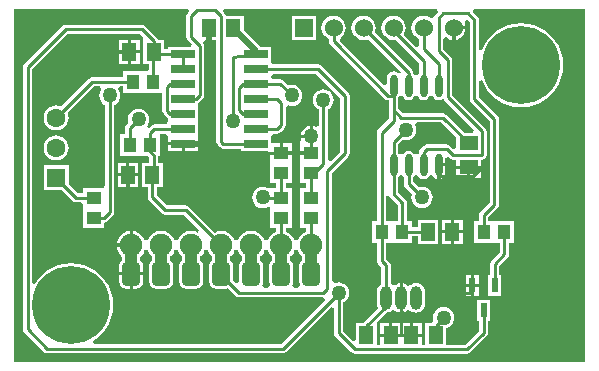
<source format=gtl>
G04 Layer_Physical_Order=1*
G04 Layer_Color=25308*
%FSLAX25Y25*%
%MOIN*%
G70*
G01*
G75*
%ADD10R,0.04331X0.05118*%
%ADD11R,0.04921X0.06102*%
%ADD12R,0.05118X0.04331*%
%ADD13R,0.06102X0.04921*%
%ADD14O,0.02362X0.07480*%
%ADD15R,0.08000X0.02600*%
%ADD16R,0.02362X0.05118*%
G04:AMPARAMS|DCode=17|XSize=60mil|YSize=80mil|CornerRadius=15mil|HoleSize=0mil|Usage=FLASHONLY|Rotation=0.000|XOffset=0mil|YOffset=0mil|HoleType=Round|Shape=RoundedRectangle|*
%AMROUNDEDRECTD17*
21,1,0.06000,0.05000,0,0,0.0*
21,1,0.03000,0.08000,0,0,0.0*
1,1,0.03000,0.01500,-0.02500*
1,1,0.03000,-0.01500,-0.02500*
1,1,0.03000,-0.01500,0.02500*
1,1,0.03000,0.01500,0.02500*
%
%ADD17ROUNDEDRECTD17*%
%ADD18C,0.01000*%
%ADD19C,0.02000*%
%ADD20C,0.04000*%
%ADD21C,0.06000*%
%ADD22R,0.06000X0.06000*%
%ADD23C,0.25984*%
%ADD24C,0.06299*%
%ADD25R,0.06299X0.06299*%
%ADD26O,0.03937X0.07874*%
%ADD27O,0.03937X0.07874*%
%ADD28C,0.07500*%
%ADD29C,0.05000*%
G36*
X85851Y37604D02*
X86612Y36612D01*
X86974Y36335D01*
Y34987D01*
X86698Y34802D01*
X86145Y33975D01*
X85951Y33000D01*
Y28000D01*
X86145Y27024D01*
X86342Y26729D01*
X85808Y25729D01*
X84192D01*
X83658Y26729D01*
X83855Y27024D01*
X84049Y28000D01*
Y33000D01*
X83855Y33975D01*
X83302Y34802D01*
X83026Y34987D01*
Y36335D01*
X83388Y36612D01*
X84149Y37604D01*
X84459Y38352D01*
X85541D01*
X85851Y37604D01*
D02*
G37*
G36*
X148449Y75924D02*
Y72428D01*
X147449Y72014D01*
X146281Y73181D01*
X145785Y73513D01*
X145200Y73629D01*
X138600D01*
X138112Y73532D01*
X138015Y73513D01*
X137519Y73181D01*
X136419Y72081D01*
X136087Y71585D01*
X135971Y71000D01*
Y70971D01*
X135927Y70942D01*
X135545Y70369D01*
X135000Y70288D01*
X134455Y70369D01*
X134072Y70942D01*
X133351Y71425D01*
X132500Y71594D01*
X131649Y71425D01*
X130928Y70942D01*
X130545Y70369D01*
X130000Y70288D01*
X129455Y70369D01*
X129072Y70942D01*
X129029Y70971D01*
Y73866D01*
X130351Y75188D01*
X130586Y75090D01*
X131500Y74970D01*
X132414Y75090D01*
X133265Y75443D01*
X133996Y76004D01*
X134557Y76735D01*
X134910Y77586D01*
X135030Y78500D01*
X134910Y79414D01*
X134679Y79971D01*
X135158Y80971D01*
X143402D01*
X148449Y75924D01*
D02*
G37*
G36*
X43832Y109505D02*
X44075Y108551D01*
X44075D01*
X44075Y108551D01*
Y100449D01*
X45915D01*
Y98766D01*
X45208Y98059D01*
X44721D01*
X44280Y98059D01*
X44000D01*
X43720D01*
X43279Y98059D01*
X37390D01*
Y96029D01*
X27000D01*
X26415Y95913D01*
X25919Y95581D01*
X16647Y86309D01*
X16083Y86543D01*
X15000Y86685D01*
X13917Y86543D01*
X12907Y86125D01*
X12041Y85460D01*
X11375Y84593D01*
X10957Y83583D01*
X10815Y82500D01*
X10957Y81417D01*
X11375Y80407D01*
X12041Y79540D01*
X12907Y78875D01*
X13917Y78457D01*
X15000Y78315D01*
X16083Y78457D01*
X17093Y78875D01*
X17959Y79540D01*
X18625Y80407D01*
X19043Y81417D01*
X19185Y82500D01*
X19043Y83583D01*
X18810Y84147D01*
X27634Y92971D01*
X29507D01*
X30000Y91971D01*
X29843Y91765D01*
X29490Y90914D01*
X29370Y90000D01*
X29490Y89086D01*
X29843Y88235D01*
X30404Y87504D01*
X31135Y86943D01*
X31371Y86845D01*
Y59981D01*
X31059Y59110D01*
X30371Y59110D01*
X23941D01*
Y57474D01*
X22189D01*
X19150Y60513D01*
Y66650D01*
X10850D01*
Y58350D01*
X16987D01*
X20474Y54863D01*
X20970Y54532D01*
X21555Y54415D01*
X23234D01*
X23941Y53708D01*
Y53221D01*
X23941Y52779D01*
Y52500D01*
Y52221D01*
X23941Y51779D01*
Y45890D01*
X31059D01*
Y47538D01*
X31585Y47642D01*
X32081Y47974D01*
X33981Y49874D01*
X34313Y50370D01*
X34429Y50955D01*
Y86845D01*
X34665Y86943D01*
X35396Y87504D01*
X35957Y88235D01*
X36310Y89086D01*
X36430Y90000D01*
X36310Y90914D01*
X35957Y91765D01*
X35800Y91971D01*
X36293Y92971D01*
X37390D01*
Y90941D01*
X43279D01*
X43720Y90941D01*
X44000D01*
X44280D01*
X44721Y90941D01*
X50371D01*
Y84900D01*
X50487Y84315D01*
X50819Y83819D01*
X51919Y82719D01*
X52305Y82460D01*
X52400Y81500D01*
Y81329D01*
X51846Y80329D01*
X47800D01*
X47215Y80213D01*
X46719Y79881D01*
X45979Y79142D01*
X45226Y79803D01*
X45557Y80235D01*
X45910Y81086D01*
X46030Y82000D01*
X45910Y82914D01*
X45557Y83765D01*
X44996Y84496D01*
X44265Y85057D01*
X43414Y85410D01*
X42500Y85530D01*
X41586Y85410D01*
X40735Y85057D01*
X40004Y84496D01*
X39443Y83765D01*
X39090Y82914D01*
X38970Y82000D01*
X39090Y81086D01*
X39188Y80851D01*
X38474Y80137D01*
X38142Y79641D01*
X38026Y79055D01*
Y77059D01*
X36390D01*
Y69941D01*
X42279D01*
X42720Y69941D01*
X43000D01*
X43279D01*
X43721Y69941D01*
X45396D01*
X45971Y69367D01*
Y67551D01*
X43575D01*
Y59449D01*
X45506D01*
Y56000D01*
X45622Y55415D01*
X45954Y54919D01*
X50154Y50719D01*
X50650Y50387D01*
X51235Y50271D01*
X57566D01*
X62754Y45083D01*
X62188Y44235D01*
X61240Y44628D01*
X60000Y44791D01*
X58760Y44628D01*
X57604Y44149D01*
X56612Y43388D01*
X55851Y42395D01*
X55541Y41648D01*
X54459D01*
X54149Y42395D01*
X53388Y43388D01*
X52395Y44149D01*
X51240Y44628D01*
X50000Y44791D01*
X48760Y44628D01*
X47605Y44149D01*
X46612Y43388D01*
X45851Y42395D01*
X45541Y41648D01*
X44459D01*
X44149Y42395D01*
X43388Y43388D01*
X42395Y44149D01*
X41240Y44628D01*
X40500Y44725D01*
Y40000D01*
X40000D01*
Y39500D01*
X35275D01*
X35372Y38760D01*
X35851Y37604D01*
X36612Y36612D01*
X37126Y36218D01*
X37056Y35041D01*
X36698Y34802D01*
X36145Y33975D01*
X35951Y33000D01*
Y31000D01*
X44049D01*
Y33000D01*
X43855Y33975D01*
X43302Y34802D01*
X42944Y35041D01*
X42874Y36218D01*
X43388Y36612D01*
X44149Y37604D01*
X44459Y38352D01*
X45541D01*
X45851Y37604D01*
X46612Y36612D01*
X46974Y36335D01*
Y34987D01*
X46698Y34802D01*
X46145Y33975D01*
X45951Y33000D01*
Y28000D01*
X46145Y27024D01*
X46698Y26198D01*
X47524Y25645D01*
X48500Y25451D01*
X51500D01*
X52476Y25645D01*
X53302Y26198D01*
X53855Y27024D01*
X54049Y28000D01*
Y33000D01*
X53855Y33975D01*
X53302Y34802D01*
X53026Y34987D01*
Y36335D01*
X53388Y36612D01*
X54149Y37604D01*
X54459Y38352D01*
X55541D01*
X55851Y37604D01*
X56612Y36612D01*
X56974Y36335D01*
Y34987D01*
X56698Y34802D01*
X56145Y33975D01*
X55951Y33000D01*
Y28000D01*
X56145Y27024D01*
X56698Y26198D01*
X57525Y25645D01*
X58500Y25451D01*
X61500D01*
X62476Y25645D01*
X63302Y26198D01*
X63855Y27024D01*
X64049Y28000D01*
Y33000D01*
X63855Y33975D01*
X63302Y34802D01*
X63026Y34987D01*
Y36335D01*
X63388Y36612D01*
X64149Y37604D01*
X64459Y38352D01*
X65541D01*
X65851Y37604D01*
X66612Y36612D01*
X66974Y36335D01*
Y34987D01*
X66698Y34802D01*
X66145Y33975D01*
X65951Y33000D01*
Y28000D01*
X66145Y27024D01*
X66698Y26198D01*
X67524Y25645D01*
X68500Y25451D01*
X71500D01*
X72406Y25631D01*
X74919Y23119D01*
X75415Y22787D01*
X76000Y22671D01*
X104000D01*
X104117Y22694D01*
X104609Y21772D01*
X89867Y7029D01*
X27527D01*
X27245Y8029D01*
X28250Y8645D01*
X29924Y10075D01*
X31355Y11750D01*
X32506Y13628D01*
X33349Y15663D01*
X33863Y17804D01*
X34035Y20000D01*
X33863Y22196D01*
X33349Y24337D01*
X32506Y26372D01*
X31355Y28250D01*
X29924Y29924D01*
X28250Y31355D01*
X26372Y32506D01*
X24337Y33349D01*
X22196Y33863D01*
X20000Y34035D01*
X17804Y33863D01*
X15663Y33349D01*
X13628Y32506D01*
X11750Y31355D01*
X10075Y29924D01*
X8645Y28250D01*
X8029Y27245D01*
X7029Y27527D01*
Y98667D01*
X18834Y110471D01*
X42867D01*
X43832Y109505D01*
D02*
G37*
G36*
X140545Y89631D02*
X140928Y89057D01*
X141649Y88575D01*
X142500Y88406D01*
X143351Y88575D01*
X143994Y89005D01*
X144087Y88966D01*
X144419Y88470D01*
X154469Y78420D01*
X154086Y77496D01*
X151202D01*
X145117Y83581D01*
X144621Y83913D01*
X144035Y84029D01*
X130633D01*
X129029Y85633D01*
Y89029D01*
X129072Y89057D01*
X129455Y89631D01*
X130000Y89712D01*
X130545Y89631D01*
X130928Y89057D01*
X131649Y88575D01*
X132500Y88406D01*
X133351Y88575D01*
X134072Y89057D01*
X134455Y89631D01*
X135000Y89712D01*
X135545Y89631D01*
X135927Y89057D01*
X136649Y88575D01*
X137500Y88406D01*
X138351Y88575D01*
X139073Y89057D01*
X139455Y89631D01*
X140000Y89712D01*
X140545Y89631D01*
D02*
G37*
G36*
X66465Y108449D02*
X68471D01*
Y74600D01*
X68587Y74015D01*
X68919Y73519D01*
X69719Y72719D01*
X70215Y72387D01*
X70800Y72271D01*
X76600D01*
Y71500D01*
X85734D01*
X86441Y70793D01*
Y68221D01*
X86441Y67779D01*
Y67500D01*
Y67221D01*
X86441Y66779D01*
Y60890D01*
X88471D01*
Y59110D01*
X86441D01*
X86441Y59110D01*
X85455Y59144D01*
X84814Y59410D01*
X83900Y59530D01*
X82986Y59410D01*
X82135Y59057D01*
X81404Y58496D01*
X80843Y57765D01*
X80490Y56914D01*
X80370Y56000D01*
X80490Y55086D01*
X80843Y54235D01*
X81404Y53504D01*
X82135Y52943D01*
X82986Y52590D01*
X83900Y52470D01*
X84814Y52590D01*
X85441Y52850D01*
X86441Y52779D01*
Y52500D01*
Y52221D01*
X86441Y51779D01*
Y45890D01*
X88471D01*
Y44508D01*
X87604Y44149D01*
X86612Y43388D01*
X85851Y42395D01*
X85541Y41648D01*
X84459D01*
X84149Y42395D01*
X83388Y43388D01*
X82395Y44149D01*
X81240Y44628D01*
X80000Y44791D01*
X78760Y44628D01*
X77605Y44149D01*
X76612Y43388D01*
X75851Y42395D01*
X75541Y41648D01*
X74459D01*
X74149Y42395D01*
X73388Y43388D01*
X72395Y44149D01*
X71240Y44628D01*
X70000Y44791D01*
X68760Y44628D01*
X67894Y44269D01*
X59281Y52881D01*
X58785Y53213D01*
X58200Y53329D01*
X51869D01*
X48565Y56634D01*
Y59449D01*
X50496D01*
Y67551D01*
X49029D01*
Y69941D01*
X49610D01*
Y77059D01*
X50523Y77271D01*
X51471D01*
X52383Y76514D01*
X52400Y76271D01*
Y76100D01*
X52400Y75500D01*
Y74300D01*
X62400D01*
Y75500D01*
X62400Y76100D01*
Y76300D01*
Y76500D01*
X62400Y77100D01*
Y81100D01*
X62400D01*
Y81500D01*
X62400D01*
Y86100D01*
X62400D01*
Y86500D01*
X62400D01*
Y87464D01*
X62781Y87719D01*
X63981Y88919D01*
X64313Y89415D01*
X64429Y90000D01*
Y106600D01*
X64313Y107185D01*
X64137Y107449D01*
X64496Y108449D01*
X65465D01*
Y112500D01*
X66465D01*
Y108449D01*
D02*
G37*
G36*
X75851Y37604D02*
X76612Y36612D01*
X76974Y36335D01*
Y34987D01*
X76698Y34802D01*
X76145Y33975D01*
X75951Y33000D01*
Y28000D01*
X75994Y27783D01*
X75073Y27290D01*
X74049Y28314D01*
Y33000D01*
X73855Y33975D01*
X73302Y34802D01*
X73026Y34987D01*
Y36335D01*
X73388Y36612D01*
X74149Y37604D01*
X74459Y38352D01*
X75541D01*
X75851Y37604D01*
D02*
G37*
G36*
X126087Y56459D02*
X126419Y55963D01*
X128915Y53466D01*
Y48059D01*
X127279D01*
Y48059D01*
X126720D01*
Y48059D01*
X125085D01*
Y56373D01*
X126085Y56472D01*
X126087Y56459D01*
D02*
G37*
G36*
X95851Y37604D02*
X96612Y36612D01*
X96974Y36335D01*
Y34987D01*
X96698Y34802D01*
X96145Y33975D01*
X95951Y33000D01*
Y28000D01*
X96145Y27024D01*
X96342Y26729D01*
X95808Y25729D01*
X94192D01*
X93658Y26729D01*
X93855Y27024D01*
X94049Y28000D01*
Y33000D01*
X93855Y33975D01*
X93302Y34802D01*
X93026Y34987D01*
Y36335D01*
X93388Y36612D01*
X94149Y37604D01*
X94459Y38352D01*
X95541D01*
X95851Y37604D01*
D02*
G37*
G36*
X109771Y89267D02*
Y71285D01*
X106589Y68104D01*
X105589Y68518D01*
Y85304D01*
X105824Y85402D01*
X106556Y85963D01*
X107117Y86694D01*
X107469Y87546D01*
X107590Y88459D01*
X107469Y89373D01*
X107117Y90224D01*
X106556Y90956D01*
X105824Y91517D01*
X104973Y91869D01*
X104059Y91990D01*
X103146Y91869D01*
X102294Y91517D01*
X101563Y90956D01*
X101002Y90224D01*
X100649Y89373D01*
X100529Y88459D01*
X100649Y87546D01*
X101002Y86694D01*
X101563Y85963D01*
X102294Y85402D01*
X102530Y85304D01*
Y80031D01*
X102228Y79765D01*
X101530Y79455D01*
X100914Y79710D01*
X100500Y79764D01*
Y76300D01*
X100000D01*
Y75800D01*
X96536D01*
X96590Y75386D01*
X96705Y75110D01*
X96441Y74110D01*
X96441D01*
X96441Y74110D01*
Y71445D01*
X100000D01*
Y70445D01*
X96441D01*
Y67779D01*
X96441Y67779D01*
Y67779D01*
Y67220D01*
X96441D01*
X96441Y66779D01*
Y60890D01*
X98471D01*
Y59110D01*
X96441D01*
Y52780D01*
X96441D01*
Y52220D01*
X96441D01*
Y45890D01*
X98471D01*
Y44508D01*
X97605Y44149D01*
X96612Y43388D01*
X95851Y42395D01*
X95541Y41648D01*
X94459D01*
X94149Y42395D01*
X93388Y43388D01*
X92396Y44149D01*
X91529Y44508D01*
Y45890D01*
X93559D01*
Y51779D01*
X93559Y52221D01*
Y52500D01*
Y52779D01*
X93559Y53221D01*
Y59110D01*
X91529D01*
Y60890D01*
X93559D01*
Y66779D01*
X93559Y67221D01*
Y67500D01*
Y67779D01*
X93559Y68221D01*
Y70445D01*
X90000D01*
Y70945D01*
X89500D01*
Y74110D01*
X86600D01*
Y76100D01*
X86600D01*
Y76271D01*
X87154Y77271D01*
X88800D01*
X89385Y77387D01*
X89881Y77719D01*
X91081Y78919D01*
X91413Y79415D01*
X91529Y80000D01*
Y85987D01*
X92529Y86655D01*
X92686Y86590D01*
X93600Y86470D01*
X94514Y86590D01*
X95365Y86943D01*
X96096Y87504D01*
X96657Y88235D01*
X97010Y89086D01*
X97130Y90000D01*
X97010Y90914D01*
X96657Y91765D01*
X96096Y92496D01*
X95365Y93057D01*
X94514Y93410D01*
X93600Y93530D01*
X92686Y93410D01*
X92451Y93312D01*
X90881Y94881D01*
X90385Y95213D01*
X89800Y95329D01*
X87154D01*
X86600Y96100D01*
Y96271D01*
X87154Y97271D01*
X101767D01*
X109771Y89267D01*
D02*
G37*
G36*
X191429Y1071D02*
X1071D01*
Y118929D01*
X58960D01*
X59343Y118006D01*
X58919Y117581D01*
X58587Y117085D01*
X58471Y116500D01*
Y109500D01*
X58587Y108915D01*
X58919Y108419D01*
X60313Y107024D01*
X59931Y106100D01*
X52400D01*
Y105329D01*
X50996D01*
Y108551D01*
X48948D01*
X48617Y109046D01*
X44581Y113081D01*
X44085Y113413D01*
X43500Y113529D01*
X18200D01*
X17615Y113413D01*
X17119Y113081D01*
X4419Y100381D01*
X4087Y99885D01*
X3971Y99300D01*
Y12000D01*
X4087Y11415D01*
X4419Y10919D01*
X10919Y4419D01*
X11415Y4087D01*
X12000Y3971D01*
X90500D01*
X91085Y4087D01*
X91581Y4419D01*
X106747Y19584D01*
X107671Y19201D01*
Y10700D01*
X107787Y10115D01*
X108119Y9619D01*
X113419Y4319D01*
X113915Y3987D01*
X114500Y3871D01*
X152000D01*
X152585Y3987D01*
X153081Y4319D01*
X158581Y9819D01*
X158913Y10315D01*
X158932Y10412D01*
X159029Y10900D01*
Y14807D01*
X159681D01*
Y21925D01*
X155319D01*
Y14807D01*
X155971D01*
Y11534D01*
X151366Y6929D01*
X144996D01*
Y12475D01*
X145114Y12490D01*
X145965Y12843D01*
X146696Y13404D01*
X147257Y14135D01*
X147610Y14986D01*
X147730Y15900D01*
X147610Y16814D01*
X147257Y17665D01*
X146696Y18396D01*
X145965Y18957D01*
X145114Y19310D01*
X144200Y19430D01*
X143286Y19310D01*
X142435Y18957D01*
X141704Y18396D01*
X141143Y17665D01*
X140790Y16814D01*
X140670Y15900D01*
X140790Y14986D01*
X140888Y14751D01*
X140454Y14317D01*
X140276Y14051D01*
X138075D01*
Y6929D01*
X136925D01*
Y9500D01*
X133465D01*
Y10000D01*
X132965D01*
Y14051D01*
X130004D01*
Y14051D01*
X129996D01*
Y14051D01*
X127035D01*
Y10000D01*
X126535D01*
Y9500D01*
X123075D01*
Y6929D01*
X121925D01*
Y14051D01*
X121925Y14051D01*
X121925D01*
X122404Y14841D01*
X125116Y17553D01*
X125775Y17639D01*
X126497Y17939D01*
X127117Y18414D01*
X128194Y18175D01*
X128503Y17939D01*
X129225Y17639D01*
X129500Y17603D01*
Y22500D01*
Y27397D01*
X129225Y27361D01*
X128503Y27062D01*
X128194Y26825D01*
X127365Y26641D01*
X126529Y27302D01*
Y33500D01*
X126413Y34085D01*
X126081Y34581D01*
X125085Y35578D01*
Y40941D01*
X126720D01*
Y40941D01*
X127279D01*
Y40941D01*
X133610D01*
Y42971D01*
X135504D01*
Y40449D01*
X142425D01*
Y48551D01*
X135504D01*
Y46029D01*
X133610D01*
Y48059D01*
X131974D01*
Y54100D01*
X131858Y54685D01*
X131526Y55181D01*
X129029Y57678D01*
Y62651D01*
X129072Y62679D01*
X129455Y63253D01*
X130000Y63334D01*
X130545Y63253D01*
X130928Y62679D01*
X130971Y62651D01*
Y60500D01*
X131087Y59915D01*
X131419Y59419D01*
X133688Y57149D01*
X133590Y56914D01*
X133470Y56000D01*
X133590Y55086D01*
X133943Y54235D01*
X134504Y53504D01*
X135235Y52943D01*
X136086Y52590D01*
X137000Y52470D01*
X137914Y52590D01*
X138765Y52943D01*
X139496Y53504D01*
X140057Y54235D01*
X140410Y55086D01*
X140530Y56000D01*
X140410Y56914D01*
X140057Y57765D01*
X139496Y58496D01*
X138765Y59057D01*
X137914Y59410D01*
X137000Y59530D01*
X136086Y59410D01*
X135851Y59312D01*
X134029Y61133D01*
Y62651D01*
X134072Y62679D01*
X134455Y63253D01*
X135000Y63334D01*
X135545Y63253D01*
X135927Y62679D01*
X136649Y62197D01*
X137500Y62028D01*
X138351Y62197D01*
X139073Y62679D01*
X139455Y63253D01*
X140000Y63334D01*
X140545Y63253D01*
X140928Y62679D01*
X141649Y62197D01*
X142000Y62128D01*
Y66811D01*
X142500D01*
Y67311D01*
X144724D01*
Y68999D01*
X145693Y69444D01*
X146144Y68993D01*
X146640Y68662D01*
X147225Y68545D01*
X148449D01*
Y66465D01*
X156551D01*
Y68545D01*
X157051D01*
X157637Y68662D01*
X158133Y68993D01*
X158464Y69489D01*
X158581Y70075D01*
X159571Y70050D01*
Y54233D01*
X156474Y51137D01*
X156142Y50640D01*
X156026Y50055D01*
Y48059D01*
X154390D01*
Y40941D01*
X160279D01*
X160721Y40941D01*
X161000D01*
X161279D01*
X161721Y40941D01*
X162915D01*
Y37738D01*
X160159Y34981D01*
X159827Y34485D01*
X159711Y33900D01*
Y30193D01*
X159059D01*
Y23075D01*
X163421D01*
Y30193D01*
X162770D01*
Y33266D01*
X165526Y36023D01*
X165858Y36519D01*
X165974Y37105D01*
Y40941D01*
X167610D01*
Y48059D01*
X161721D01*
X161279Y48059D01*
X161000D01*
X160721D01*
X160279Y48059D01*
X159085D01*
Y49422D01*
X162181Y52519D01*
X162513Y53015D01*
X162532Y53112D01*
X162629Y53600D01*
Y82000D01*
X162513Y82585D01*
X162181Y83081D01*
X155929Y89333D01*
Y94793D01*
X156929Y94992D01*
X157494Y93628D01*
X158645Y91750D01*
X160075Y90075D01*
X161750Y88645D01*
X163628Y87494D01*
X165663Y86651D01*
X167804Y86137D01*
X170000Y85965D01*
X172196Y86137D01*
X174337Y86651D01*
X176372Y87494D01*
X178250Y88645D01*
X179924Y90075D01*
X181355Y91750D01*
X182506Y93628D01*
X183349Y95663D01*
X183863Y97804D01*
X184035Y100000D01*
X183863Y102196D01*
X183349Y104337D01*
X182506Y106372D01*
X181355Y108250D01*
X179924Y109924D01*
X178250Y111355D01*
X176372Y112506D01*
X174337Y113348D01*
X172196Y113863D01*
X170000Y114035D01*
X167804Y113863D01*
X165663Y113348D01*
X163628Y112506D01*
X161750Y111355D01*
X160075Y109924D01*
X158645Y108250D01*
X157494Y106372D01*
X156929Y105008D01*
X155929Y105207D01*
Y115200D01*
X155813Y115785D01*
X155481Y116281D01*
X153833Y117929D01*
X154248Y118929D01*
X191429D01*
Y1071D01*
D02*
G37*
G36*
X152871Y114567D02*
Y88700D01*
X152987Y88115D01*
X153319Y87619D01*
X159571Y81366D01*
Y78025D01*
X158581Y78000D01*
X158464Y78585D01*
X158133Y79081D01*
X147029Y90185D01*
Y101800D01*
X146913Y102385D01*
X146581Y102881D01*
X144029Y105433D01*
Y108869D01*
X145029Y109354D01*
X145483Y109006D01*
X146456Y108603D01*
X147000Y108531D01*
Y112500D01*
X147500D01*
Y113000D01*
X151469D01*
X151397Y113544D01*
X151166Y114102D01*
X151575Y115062D01*
X151727Y115204D01*
X152163Y115274D01*
X152871Y114567D01*
D02*
G37*
G36*
X142467Y117929D02*
X141419Y116881D01*
X141087Y116385D01*
X141019Y116046D01*
X140347Y115704D01*
X139971Y115646D01*
X139517Y115994D01*
X138544Y116397D01*
X137500Y116534D01*
X136456Y116397D01*
X135483Y115994D01*
X134647Y115353D01*
X134006Y114517D01*
X133603Y113544D01*
X133466Y112500D01*
X133603Y111456D01*
X134006Y110483D01*
X134647Y109647D01*
X135483Y109006D01*
X135971Y108804D01*
Y106507D01*
X134971Y106092D01*
X130814Y110249D01*
X130994Y110483D01*
X131397Y111456D01*
X131535Y112500D01*
X131397Y113544D01*
X130994Y114517D01*
X130353Y115353D01*
X129517Y115994D01*
X128544Y116397D01*
X127500Y116534D01*
X126456Y116397D01*
X125483Y115994D01*
X124647Y115353D01*
X124006Y114517D01*
X123603Y113544D01*
X123466Y112500D01*
X123603Y111456D01*
X124006Y110483D01*
X124647Y109647D01*
X125483Y109006D01*
X126456Y108603D01*
X127500Y108466D01*
X128182Y108555D01*
X135971Y100767D01*
Y97349D01*
X135927Y97320D01*
X135545Y96747D01*
X135000Y96666D01*
X134455Y96747D01*
X134072Y97320D01*
X134029Y97349D01*
Y97500D01*
X133913Y98085D01*
X133581Y98581D01*
X121195Y110968D01*
X121397Y111456D01*
X121535Y112500D01*
X121397Y113544D01*
X120994Y114517D01*
X120353Y115353D01*
X119517Y115994D01*
X118544Y116397D01*
X117500Y116534D01*
X116456Y116397D01*
X115483Y115994D01*
X114647Y115353D01*
X114006Y114517D01*
X113603Y113544D01*
X113465Y112500D01*
X113603Y111456D01*
X114006Y110483D01*
X114647Y109647D01*
X115483Y109006D01*
X116456Y108603D01*
X117500Y108466D01*
X118544Y108603D01*
X119032Y108805D01*
X130139Y97698D01*
X130120Y97553D01*
X129668Y97345D01*
X129276Y97329D01*
X128958Y97397D01*
X128351Y97803D01*
X127500Y97972D01*
X126649Y97803D01*
X125927Y97320D01*
X125445Y96599D01*
X125276Y95748D01*
Y93693D01*
X124352Y93311D01*
X109674Y107989D01*
X109632Y108263D01*
X109831Y109247D01*
X110353Y109647D01*
X110994Y110483D01*
X111397Y111456D01*
X111535Y112500D01*
X111397Y113544D01*
X110994Y114517D01*
X110353Y115353D01*
X109517Y115994D01*
X108544Y116397D01*
X107500Y116534D01*
X106456Y116397D01*
X105483Y115994D01*
X104647Y115353D01*
X104006Y114517D01*
X103603Y113544D01*
X103465Y112500D01*
X103603Y111456D01*
X104006Y110483D01*
X104647Y109647D01*
X105483Y109006D01*
X105971Y108804D01*
Y108000D01*
X106087Y107415D01*
X106419Y106919D01*
X124519Y88819D01*
X125015Y88487D01*
X125600Y88371D01*
X125971D01*
Y85000D01*
Y82134D01*
X122474Y78637D01*
X122142Y78140D01*
X122026Y77555D01*
Y48059D01*
X120390D01*
Y40941D01*
X122026D01*
Y34945D01*
X122142Y34359D01*
X122474Y33863D01*
X123471Y32866D01*
Y27037D01*
X122883Y26586D01*
X122407Y25966D01*
X122108Y25243D01*
X122006Y24468D01*
Y20531D01*
X122108Y19757D01*
X122367Y19130D01*
X117383Y14146D01*
X117320Y14051D01*
X115004D01*
Y8365D01*
X114080Y7983D01*
X110729Y11333D01*
Y21045D01*
X110965Y21143D01*
X111696Y21704D01*
X112257Y22435D01*
X112610Y23286D01*
X112730Y24200D01*
X112610Y25114D01*
X112257Y25965D01*
X111696Y26696D01*
X110965Y27257D01*
X110114Y27610D01*
X109200Y27730D01*
X108286Y27610D01*
X107829Y27421D01*
X106829Y27958D01*
Y64018D01*
X112381Y69571D01*
X112713Y70067D01*
X112829Y70652D01*
Y89900D01*
X112713Y90485D01*
X112381Y90981D01*
X103481Y99881D01*
X102985Y100213D01*
X102400Y100329D01*
X87154D01*
X86600Y101100D01*
Y101500D01*
X86600D01*
Y106100D01*
X83227D01*
X83042Y106377D01*
X77496Y111923D01*
Y116551D01*
X71519D01*
X71413Y117085D01*
X71081Y117581D01*
X70657Y118006D01*
X71040Y118929D01*
X142052D01*
X142467Y117929D01*
D02*
G37*
%LPC*%
G36*
X146535Y44000D02*
X143575D01*
Y40449D01*
X146535D01*
Y44000D01*
D02*
G37*
G36*
X126035Y14051D02*
X123075D01*
Y10500D01*
X126035D01*
Y14051D01*
D02*
G37*
G36*
X150496Y44000D02*
X147535D01*
Y40449D01*
X150496D01*
Y44000D01*
D02*
G37*
G36*
X146535Y48551D02*
X143575D01*
Y45000D01*
X146535D01*
Y48551D01*
D02*
G37*
G36*
X39500Y44725D02*
X38760Y44628D01*
X37604Y44149D01*
X36612Y43388D01*
X35851Y42395D01*
X35372Y41240D01*
X35275Y40500D01*
X39500D01*
Y44725D01*
D02*
G37*
G36*
X150496Y48551D02*
X147535D01*
Y45000D01*
X150496D01*
Y48551D01*
D02*
G37*
G36*
X155941Y26134D02*
X154260D01*
Y23075D01*
X155941D01*
Y26134D01*
D02*
G37*
G36*
X153260D02*
X151579D01*
Y23075D01*
X153260D01*
Y26134D01*
D02*
G37*
G36*
X44049Y30000D02*
X40500D01*
Y25451D01*
X41500D01*
X42476Y25645D01*
X43302Y26198D01*
X43855Y27024D01*
X44049Y28000D01*
Y30000D01*
D02*
G37*
G36*
X39500D02*
X35951D01*
Y28000D01*
X36145Y27024D01*
X36698Y26198D01*
X37525Y25645D01*
X38500Y25451D01*
X39500D01*
Y30000D01*
D02*
G37*
G36*
X153260Y30193D02*
X151579D01*
Y27134D01*
X153260D01*
Y30193D01*
D02*
G37*
G36*
X155941D02*
X154260D01*
Y27134D01*
X155941D01*
Y30193D01*
D02*
G37*
G36*
X136925Y14051D02*
X133965D01*
Y10500D01*
X136925D01*
Y14051D01*
D02*
G37*
G36*
X135000Y27463D02*
X134225Y27361D01*
X133503Y27062D01*
X133194Y26825D01*
X132117Y26586D01*
X131497Y27062D01*
X130775Y27361D01*
X130500Y27397D01*
Y22500D01*
Y17603D01*
X130775Y17639D01*
X131497Y17939D01*
X132117Y18414D01*
X133194Y18175D01*
X133503Y17939D01*
X134225Y17639D01*
X135000Y17537D01*
X135775Y17639D01*
X136497Y17939D01*
X137117Y18414D01*
X137593Y19034D01*
X137892Y19757D01*
X137994Y20531D01*
Y24468D01*
X137892Y25243D01*
X137593Y25966D01*
X137117Y26586D01*
X136497Y27062D01*
X135775Y27361D01*
X135000Y27463D01*
D02*
G37*
G36*
X99500Y79764D02*
X99086Y79710D01*
X98235Y79357D01*
X97504Y78796D01*
X96943Y78065D01*
X96590Y77214D01*
X96536Y76800D01*
X99500D01*
Y79764D01*
D02*
G37*
G36*
X38965Y104000D02*
X36004D01*
Y100449D01*
X38965D01*
Y104000D01*
D02*
G37*
G36*
X56900Y73300D02*
X52400D01*
Y71500D01*
X56900D01*
Y73300D01*
D02*
G37*
G36*
X62400D02*
X57900D01*
Y71500D01*
X62400D01*
Y73300D01*
D02*
G37*
G36*
X42925Y104000D02*
X39965D01*
Y100449D01*
X42925D01*
Y104000D01*
D02*
G37*
G36*
X101500Y116500D02*
X93500D01*
Y108500D01*
X101500D01*
Y116500D01*
D02*
G37*
G36*
X151469Y112000D02*
X148000D01*
Y108531D01*
X148544Y108603D01*
X149517Y109006D01*
X150353Y109647D01*
X150994Y110483D01*
X151397Y111456D01*
X151469Y112000D01*
D02*
G37*
G36*
X38965Y108551D02*
X36004D01*
Y105000D01*
X38965D01*
Y108551D01*
D02*
G37*
G36*
X42925D02*
X39965D01*
Y105000D01*
X42925D01*
Y108551D01*
D02*
G37*
G36*
X144724Y66311D02*
X143000D01*
Y62128D01*
X143351Y62197D01*
X144072Y62679D01*
X144554Y63401D01*
X144724Y64252D01*
Y66311D01*
D02*
G37*
G36*
X152000Y65465D02*
X148449D01*
Y62504D01*
X152000D01*
Y65465D01*
D02*
G37*
G36*
X38465Y63000D02*
X35504D01*
Y59449D01*
X38465D01*
Y63000D01*
D02*
G37*
G36*
X42425D02*
X39465D01*
Y59449D01*
X42425D01*
Y63000D01*
D02*
G37*
G36*
X156551Y65465D02*
X153000D01*
Y62504D01*
X156551D01*
Y65465D01*
D02*
G37*
G36*
X15000Y76685D02*
X13917Y76543D01*
X12907Y76125D01*
X12041Y75459D01*
X11375Y74593D01*
X10957Y73583D01*
X10815Y72500D01*
X10957Y71417D01*
X11375Y70407D01*
X12041Y69541D01*
X12907Y68875D01*
X13917Y68457D01*
X15000Y68315D01*
X16083Y68457D01*
X17093Y68875D01*
X17959Y69541D01*
X18625Y70407D01*
X19043Y71417D01*
X19185Y72500D01*
X19043Y73583D01*
X18625Y74593D01*
X17959Y75459D01*
X17093Y76125D01*
X16083Y76543D01*
X15000Y76685D01*
D02*
G37*
G36*
X93559Y74110D02*
X90500D01*
Y71445D01*
X93559D01*
Y74110D01*
D02*
G37*
G36*
X38465Y67551D02*
X35504D01*
Y64000D01*
X38465D01*
Y67551D01*
D02*
G37*
G36*
X42425D02*
X39465D01*
Y64000D01*
X42425D01*
Y67551D01*
D02*
G37*
%LPD*%
D10*
X47445Y94500D02*
D03*
X40555D02*
D03*
X46445Y73500D02*
D03*
X39555D02*
D03*
X164445Y44500D02*
D03*
X157555D02*
D03*
X130445D02*
D03*
X123555D02*
D03*
D11*
X47535Y104500D02*
D03*
X39465D02*
D03*
X47035Y63500D02*
D03*
X38965D02*
D03*
X133465Y10000D02*
D03*
X141535D02*
D03*
X65965Y112500D02*
D03*
X74035D02*
D03*
X126535Y10000D02*
D03*
X118465D02*
D03*
X138965Y44500D02*
D03*
X147035D02*
D03*
D12*
X27500Y55945D02*
D03*
Y49055D02*
D03*
X90000Y55945D02*
D03*
Y49055D02*
D03*
Y70945D02*
D03*
Y64055D02*
D03*
X100000Y49055D02*
D03*
Y55945D02*
D03*
Y64055D02*
D03*
Y70945D02*
D03*
D13*
X152500Y65965D02*
D03*
Y74035D02*
D03*
D14*
X127500Y66811D02*
D03*
X132500D02*
D03*
X137500D02*
D03*
X142500D02*
D03*
X127500Y93189D02*
D03*
X132500D02*
D03*
X137500D02*
D03*
X142500D02*
D03*
D15*
X81600Y73800D02*
D03*
X57400D02*
D03*
X81600Y78800D02*
D03*
Y83800D02*
D03*
X57400Y78800D02*
D03*
Y83800D02*
D03*
X81600Y88800D02*
D03*
X57400D02*
D03*
X81600Y93800D02*
D03*
Y98800D02*
D03*
X57400Y93800D02*
D03*
Y98800D02*
D03*
X81600Y103800D02*
D03*
X57400D02*
D03*
D16*
X157500Y18366D02*
D03*
X153760Y26634D02*
D03*
X161240D02*
D03*
D17*
X60000Y30500D02*
D03*
X50000D02*
D03*
X40000D02*
D03*
X70000D02*
D03*
X80000D02*
D03*
X90000D02*
D03*
X100000D02*
D03*
D18*
X141535Y13235D02*
X144200Y15900D01*
X39555Y79055D02*
X42500Y82000D01*
X39555Y73500D02*
Y79055D01*
X62000Y118500D02*
X68000D01*
X60000Y109500D02*
X62900Y106600D01*
X60000Y109500D02*
Y116500D01*
X62000Y118500D01*
X68000D02*
X70000Y116500D01*
Y74600D02*
Y116500D01*
X38965Y55500D02*
Y63500D01*
X40000Y40000D02*
Y54465D01*
X38965Y55500D02*
X40000Y54465D01*
X39500Y40500D02*
X40000Y40000D01*
X19500Y40500D02*
X39500D01*
X8500Y51500D02*
X19500Y40500D01*
X8500Y51500D02*
Y87000D01*
X26000Y104500D01*
X39465D01*
X47535D02*
Y107965D01*
X43500Y112000D02*
X47535Y107965D01*
X18200Y112000D02*
X43500D01*
X5500Y99300D02*
X18200Y112000D01*
X15000Y82500D02*
X27000Y94500D01*
X40555D01*
X47535Y104500D02*
X48235Y103800D01*
X57400D01*
X47445Y104409D02*
X47535Y104500D01*
X47445Y94500D02*
Y104409D01*
X144035Y82500D02*
X152500Y74035D01*
X130000Y82500D02*
X144035D01*
X127500Y85000D02*
X130000Y82500D01*
X100000Y40000D02*
Y49055D01*
X90000Y55945D02*
Y64055D01*
Y40000D02*
Y49055D01*
Y70945D02*
X100000D01*
X153760Y26634D02*
Y32200D01*
X147035Y38924D02*
X153760Y32200D01*
X147035Y38924D02*
Y44500D01*
X100000Y55945D02*
Y64055D01*
X142500Y93189D02*
Y100300D01*
X137500Y105300D02*
X142500Y100300D01*
X137500Y105300D02*
Y112500D01*
X130445Y44500D02*
X138965D01*
X130445D02*
Y54100D01*
X127500Y57045D02*
X130445Y54100D01*
X127500Y57045D02*
Y66811D01*
X161240Y26634D02*
Y33900D01*
X164445Y37105D01*
Y44500D01*
X57400Y98800D02*
Y103800D01*
X77300Y83800D02*
X81600D01*
X76100Y85000D02*
X77300Y83800D01*
X107500Y108000D02*
Y112500D01*
Y108000D02*
X125600Y89900D01*
X70800Y73800D02*
X81600D01*
X70000Y74600D02*
X70800Y73800D01*
X62900Y90000D02*
Y106600D01*
X61700Y88800D02*
X62900Y90000D01*
X57400Y88800D02*
X61700D01*
X147500Y91500D02*
Y112500D01*
Y91500D02*
X159051Y79949D01*
Y68075D02*
Y79949D01*
X142500Y63000D02*
Y66811D01*
X58200Y51800D02*
X70000Y40000D01*
X51235Y51800D02*
X58200D01*
X47035Y56000D02*
X51235Y51800D01*
X47035Y56000D02*
Y63500D01*
X157500Y10900D02*
Y18366D01*
X152000Y5400D02*
X157500Y10900D01*
X114500Y5400D02*
X152000D01*
X109200Y10700D02*
X114500Y5400D01*
X109200Y10700D02*
Y24200D01*
X141535Y10000D02*
Y13235D01*
X53000Y93800D02*
X57400D01*
X51900Y92700D02*
X53000Y93800D01*
X51900Y84900D02*
Y92700D01*
Y84900D02*
X53000Y83800D01*
X57400D01*
X27500Y49055D02*
X31000D01*
X32900Y50955D01*
Y90000D01*
X89800Y93800D02*
X93600Y90000D01*
X81600Y93800D02*
X89800D01*
X117500Y112500D02*
X132500Y97500D01*
Y93189D02*
Y97500D01*
X123555Y44500D02*
Y77555D01*
X127500Y81500D01*
X137500Y93189D02*
Y101400D01*
X70000Y30200D02*
X76000Y24200D01*
X104000D01*
X105300Y25500D01*
Y64652D01*
X111300Y70652D01*
Y89900D01*
X102400Y98800D02*
X111300Y89900D01*
X81600Y98800D02*
X102400D01*
X104059Y67200D02*
Y88459D01*
X100915Y64055D02*
X104059Y67200D01*
X100000Y64055D02*
X100915D01*
X127500Y74500D02*
X131500Y78500D01*
X127500Y66811D02*
Y74500D01*
X47800Y78800D02*
X57400D01*
X46445Y77445D02*
X47800Y78800D01*
X46445Y73500D02*
Y77445D01*
X90500Y5500D02*
X109200Y24200D01*
X12000Y5500D02*
X90500D01*
X5500Y12000D02*
X12000Y5500D01*
X5500Y12000D02*
Y99300D01*
X125000Y22500D02*
Y33500D01*
X123555Y34945D02*
X125000Y33500D01*
X123555Y34945D02*
Y44500D01*
X118465Y10000D02*
Y13065D01*
X132500Y60500D02*
Y66811D01*
Y60500D02*
X137000Y56000D01*
X83900D02*
X83955Y55945D01*
X90000D01*
X68100Y70945D02*
X90000D01*
X65245Y73800D02*
X68100Y70945D01*
X100000D02*
Y76300D01*
X147035Y44500D02*
Y53300D01*
X142500Y57835D02*
X147035Y53300D01*
X153760Y24000D02*
Y26634D01*
X137274Y17000D02*
X144274Y24000D01*
X131000Y17000D02*
X137274D01*
X130000Y18000D02*
X131000Y17000D01*
X15000Y62500D02*
X21555Y55945D01*
X27500D01*
X138600Y72100D02*
X145200D01*
X147225Y70075D01*
X157051D01*
Y78000D01*
X145500Y89551D02*
X157051Y78000D01*
X145500Y89551D02*
Y101800D01*
X154400Y88700D02*
X161100Y82000D01*
Y53600D02*
Y82000D01*
X157555Y50055D02*
X161100Y53600D01*
X157555Y44500D02*
Y50055D01*
X74000Y102800D02*
X81600Y103800D01*
X74000Y81400D02*
Y102800D01*
X125600Y89900D02*
X127500D01*
Y81500D02*
Y85000D01*
Y89900D01*
Y93189D01*
Y85000D02*
Y93189D01*
X57400Y73800D02*
X63800D01*
X65245D01*
X144274Y24000D02*
X153760D01*
X142500Y57835D02*
Y63000D01*
X153977D01*
X159051Y68075D01*
X70000Y30200D02*
Y30500D01*
Y30700D01*
Y40000D01*
X46445Y71055D02*
Y73500D01*
Y71055D02*
X47500Y70000D01*
Y63965D02*
Y70000D01*
X47035Y63500D02*
X47500Y63965D01*
X130000Y10000D02*
Y18000D01*
Y22500D01*
X126535Y10000D02*
X130000D01*
X133465D01*
X152300Y117300D02*
X154400Y115200D01*
Y88700D02*
Y115200D01*
X81600Y88800D02*
X88700D01*
X90000Y87500D01*
Y80000D02*
Y87500D01*
X81600Y78800D02*
X88800D01*
X90000Y80000D01*
X77400Y93800D02*
X81600D01*
X76100Y92500D02*
X77400Y93800D01*
X76100Y85000D02*
Y92500D01*
X137500Y66811D02*
Y71000D01*
X138600Y72100D01*
X127500Y111400D02*
Y112500D01*
Y111400D02*
X137500Y101400D01*
X142500Y115800D02*
X144000Y117300D01*
X142500Y104800D02*
X145500Y101800D01*
X144000Y117300D02*
X152300D01*
X142500Y104800D02*
Y115800D01*
X118465Y13065D02*
X125000Y19600D01*
Y22500D01*
D19*
X74035Y112500D02*
X81600Y104935D01*
X65965Y75965D02*
Y112500D01*
X63800Y73800D02*
X65965Y75965D01*
X57400Y73800D02*
X63800D01*
X81600Y103800D02*
Y104935D01*
D20*
X60000Y30500D02*
Y40000D01*
X50000Y30500D02*
Y40000D01*
X40000Y30500D02*
Y40000D01*
X70000Y30500D02*
Y40000D01*
X80000Y30500D02*
Y40000D01*
X90000Y30500D02*
Y40000D01*
X100000Y30500D02*
Y40000D01*
D21*
X147500Y112500D02*
D03*
X137500D02*
D03*
X117500D02*
D03*
X107500D02*
D03*
X127500D02*
D03*
D22*
X97500D02*
D03*
D23*
X170000Y100000D02*
D03*
X20000Y20000D02*
D03*
D24*
X15000Y82500D02*
D03*
Y72500D02*
D03*
D25*
Y62500D02*
D03*
D26*
X135000Y22500D02*
D03*
X125000D02*
D03*
D27*
X130000D02*
D03*
D28*
X60000Y40000D02*
D03*
X50000D02*
D03*
X40000D02*
D03*
X70000D02*
D03*
X80000D02*
D03*
X90000D02*
D03*
X100000D02*
D03*
D29*
X144200Y15900D02*
D03*
X42500Y82000D02*
D03*
X109200Y24200D02*
D03*
X32900Y90000D02*
D03*
X93600D02*
D03*
X104059Y88459D02*
D03*
X131500Y78500D02*
D03*
X137000Y56000D02*
D03*
X83900D02*
D03*
X100000Y76300D02*
D03*
X74000Y81400D02*
D03*
M02*

</source>
